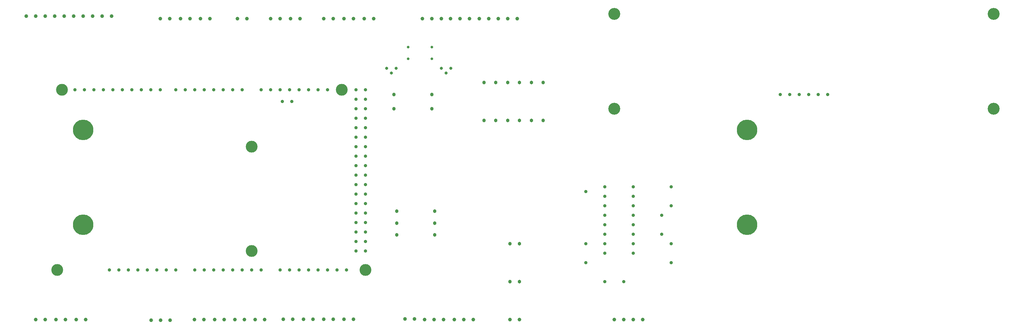
<source format=gbr>
%TF.GenerationSoftware,Novarm,DipTrace,3.0.0.1*%
%TF.CreationDate,2019-04-10T13:49:04+02:00*%
%FSLAX35Y35*%
%MOMM*%
%TF.FileFunction,Plated,1,2,PTH,Drill*%
%TF.Part,Single*%
%TA.AperFunction,MechanicalDrill*%
%ADD28C,3.175*%
%ADD29C,5.5*%
%ADD30C,3.2*%
%TA.AperFunction,ComponentDrill*%
%ADD31C,1.0*%
%ADD32C,0.9*%
%ADD33C,0.711*%
%ADD34C,0.96533*%
%ADD35C,0.965*%
%ADD36C,0.8*%
G75*
G01*
D31*
X2540000Y8890000D3*
X2794000D3*
X3048000D3*
X3302000D3*
X2032000D3*
X2286000D3*
X8096250Y8826500D3*
X8350250D3*
X11160123Y777873D3*
X11414123D3*
X11684000Y762000D3*
X11938000D3*
X12192000D3*
X8985250Y8826500D3*
X9239250D3*
X7556500D3*
X7810500D3*
X6667500D3*
X6921500D3*
X5683250D3*
X5937250D3*
X5143500D3*
X5397500D3*
X12477750Y762000D3*
X12731750D3*
X12985750D3*
D32*
X10096500Y2603500D3*
Y2857500D3*
Y3111500D3*
Y3365500D3*
Y3619500D3*
Y3873500D3*
Y4127500D3*
Y4381500D3*
Y4635500D3*
Y4889500D3*
Y5143500D3*
Y5397500D3*
Y5651500D3*
Y5905500D3*
Y6159500D3*
Y6413500D3*
Y6667500D3*
X9842500Y6921500D3*
Y2603500D3*
Y2857500D3*
Y3111500D3*
Y3365500D3*
Y3619500D3*
Y3873500D3*
Y4127500D3*
Y4381500D3*
Y4635500D3*
Y4889500D3*
Y5143500D3*
Y5397500D3*
Y5651500D3*
Y5905500D3*
Y6159500D3*
Y6413500D3*
Y6667500D3*
X10096500Y6921500D3*
X4508500Y2095500D3*
X4000500D3*
X3746500D3*
X3492500D3*
X3238500D3*
X6794500D3*
X6540500D3*
X6286500D3*
X6032500D3*
X5778500D3*
X5524500D3*
X4605020Y6921500D3*
X4351020D3*
X4097020D3*
X3843020D3*
X3589020D3*
X3335020D3*
X3081020D3*
X2824480D3*
X2573020D3*
X2319020D3*
X6794500D3*
X6540500D3*
X6286500D3*
X6032500D3*
X5778500D3*
X5524500D3*
X5270500D3*
X5016500D3*
X7302500D3*
X7556500D3*
X7810500D3*
X8064500D3*
X8318500D3*
X8572500D3*
X8826500D3*
X9080500D3*
X7048500Y2095500D3*
X7302500D3*
X7810500D3*
X8064500D3*
X8318500D3*
X8572500D3*
X8826500D3*
X9080500D3*
X9334500D3*
X9588500D3*
X4254500D3*
X5016500D3*
X4762500D3*
D31*
X1016000Y8890000D3*
X1270000D3*
D33*
X11239500Y8064500D3*
X11874500D3*
D31*
X4603750Y8826500D3*
X4857750D3*
X11620500D3*
X11874500D3*
X12128500D3*
X12381220Y8825657D3*
X12635220D3*
X12889220D3*
X13144500Y8826500D3*
X13398500D3*
X13652500D3*
X13906500D3*
X14160500D3*
X9525000D3*
X9779000D3*
X10064750D3*
X10318750D3*
X1270000Y762000D3*
X1524000D3*
X1809753D3*
X2063753D3*
X2349503D3*
X2603503D3*
X1524000Y8890000D3*
X1778000D3*
D34*
X11874500Y6794500D3*
D35*
X10858500D3*
D33*
X11239500Y7747000D3*
X11874500D3*
D31*
X5523703Y762557D3*
X5777703D3*
X6062983Y761567D3*
X6316983D3*
X6604000Y762000D3*
X6858000D3*
X7144333Y763443D3*
X7398333D3*
X7901193Y771533D3*
X8155193D3*
X8441527Y773223D3*
X8695527D3*
X8981263Y773350D3*
X9235263D3*
X9521140Y773347D3*
X9775140D3*
X4364227Y745450D3*
X4618227D3*
X4872227D3*
D32*
X17272000Y2540000D3*
Y2794000D3*
Y3048000D3*
Y3302000D3*
Y3556000D3*
Y3810000D3*
Y4064000D3*
Y4318000D3*
X16510000D3*
Y4064000D3*
Y3810000D3*
Y3556000D3*
Y3302000D3*
Y3048000D3*
Y2794000D3*
Y2540000D3*
D34*
X13589000Y7112000D3*
D35*
Y6096000D3*
D34*
X13271500Y7112000D3*
D35*
Y6096000D3*
D34*
X13906500Y7112000D3*
D35*
Y6096000D3*
D34*
X14224000Y7112000D3*
D35*
Y6096000D3*
D34*
X14541500Y7112000D3*
D35*
Y6096000D3*
D34*
X14859000Y7112000D3*
D35*
Y6096000D3*
D34*
X10858500Y6413500D3*
D35*
X11874500D3*
D34*
X10936333Y3666287D3*
D35*
X11952333D3*
D34*
X10936333Y3348787D3*
D35*
X11952333D3*
D34*
X10936333Y3031287D3*
D35*
X11952333D3*
D36*
X12382500Y7493000D3*
X12255500Y7366000D3*
X12128500Y7493000D3*
X10922000D3*
X10795000Y7366000D3*
X10668000Y7493000D3*
D32*
X18288000Y2286000D3*
Y2794000D3*
X18034000Y3556000D3*
Y3048000D3*
X18288000Y3810000D3*
Y4318000D3*
X16002000Y2286000D3*
Y2794000D3*
X16510000Y1778000D3*
X17018000D3*
D31*
X16764000Y762000D3*
X17018000D3*
X17272000D3*
X17526000D3*
D32*
X7874000Y6604000D3*
X8128000D3*
X16002000Y4191000D3*
D31*
X13970000Y762000D3*
X14224000D3*
D34*
X13970000Y1778000D3*
D35*
Y2794000D3*
D34*
X14224000Y1778000D3*
D35*
Y2794000D3*
D32*
X22479000Y6794500D3*
X21209000D3*
X22225000D3*
X21971000D3*
X21717000D3*
X21463000D3*
D28*
X1841500Y2095500D3*
X1968500Y6921500D3*
X7048500Y2603500D3*
Y5397500D3*
X10096500Y2095500D3*
X9461500Y6921500D3*
D29*
X2540000Y5842000D3*
Y3302000D3*
D30*
X26924000Y6413500D3*
Y8953500D3*
X16764000D3*
Y6413500D3*
D29*
X20320000Y5842000D3*
Y3302000D3*
M02*

</source>
